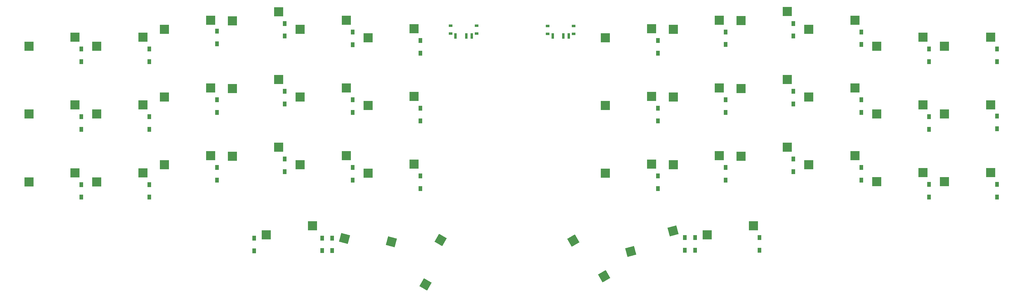
<source format=gbp>
%TF.GenerationSoftware,KiCad,Pcbnew,(6.0.9-0)*%
%TF.CreationDate,2022-12-17T11:16:42-06:00*%
%TF.ProjectId,corne-ice,636f726e-652d-4696-9365-2e6b69636164,0.1*%
%TF.SameCoordinates,Original*%
%TF.FileFunction,Paste,Bot*%
%TF.FilePolarity,Positive*%
%FSLAX46Y46*%
G04 Gerber Fmt 4.6, Leading zero omitted, Abs format (unit mm)*
G04 Created by KiCad (PCBNEW (6.0.9-0)) date 2022-12-17 11:16:42*
%MOMM*%
%LPD*%
G01*
G04 APERTURE LIST*
G04 Aperture macros list*
%AMRotRect*
0 Rectangle, with rotation*
0 The origin of the aperture is its center*
0 $1 length*
0 $2 width*
0 $3 Rotation angle, in degrees counterclockwise*
0 Add horizontal line*
21,1,$1,$2,0,0,$3*%
G04 Aperture macros list end*
%ADD10R,2.550000X2.500000*%
%ADD11RotRect,2.550000X2.500000X165.000000*%
%ADD12RotRect,2.550000X2.500000X240.000000*%
%ADD13RotRect,2.550000X2.500000X120.000000*%
%ADD14RotRect,2.550000X2.500000X195.000000*%
%ADD15R,1.000000X1.400000*%
%ADD16R,0.700000X1.500000*%
%ADD17R,1.000000X0.800000*%
G04 APERTURE END LIST*
D10*
X32022500Y-33240000D03*
X44949500Y-30700000D03*
X51022500Y-28490000D03*
X63949500Y-25950000D03*
X70022500Y-26115000D03*
X82949500Y-23575000D03*
X89022500Y-28490000D03*
X101949500Y-25950000D03*
X13022500Y-52240000D03*
X25949500Y-49700000D03*
X32022500Y-52240000D03*
X44949500Y-49700000D03*
X51022500Y-47490000D03*
X63949500Y-44950000D03*
X70022500Y-45115000D03*
X82949500Y-42575000D03*
X89022500Y-47490000D03*
X101949500Y-44950000D03*
X108022500Y-49865000D03*
X120949500Y-47325000D03*
X13022500Y-71240000D03*
X25949500Y-68700000D03*
X32022500Y-71240000D03*
X44949500Y-68700000D03*
X51022500Y-66490000D03*
X63949500Y-63950000D03*
X70022500Y-64115000D03*
X82949500Y-61575000D03*
X89022500Y-66490000D03*
X101949500Y-63950000D03*
X108022500Y-68865000D03*
X120949500Y-66325000D03*
X79522500Y-86115000D03*
X92449500Y-83575000D03*
D11*
X101421316Y-87117815D03*
X114565239Y-88010118D03*
D12*
X124115295Y-100020790D03*
X128379091Y-87555680D03*
D13*
X165521705Y-87744210D03*
X174184909Y-97669320D03*
D10*
X212529500Y-64110000D03*
X225456500Y-61570000D03*
X193529500Y-66485000D03*
X206456500Y-63945000D03*
X174529500Y-68860000D03*
X187456500Y-66320000D03*
X203029500Y-86110000D03*
X215956500Y-83570000D03*
D14*
X181613515Y-90780281D03*
X193442638Y-84981076D03*
D10*
X212529500Y-26110000D03*
X225456500Y-23570000D03*
X193529500Y-28485000D03*
X206456500Y-25945000D03*
X269529500Y-52235000D03*
X282456500Y-49695000D03*
X231529500Y-28485000D03*
X244456500Y-25945000D03*
X250529500Y-52235000D03*
X263456500Y-49695000D03*
X250529500Y-71235000D03*
X263456500Y-68695000D03*
X231529500Y-66485000D03*
X244456500Y-63945000D03*
X269529500Y-33235000D03*
X282456500Y-30695000D03*
X250529500Y-33235000D03*
X263456500Y-30695000D03*
X231529500Y-47485000D03*
X244456500Y-44945000D03*
X212529500Y-45110000D03*
X225456500Y-42570000D03*
X193529500Y-47485000D03*
X206456500Y-44945000D03*
X174529500Y-49860000D03*
X187456500Y-47320000D03*
X269529500Y-71235000D03*
X282456500Y-68695000D03*
X13022500Y-33240000D03*
X25949500Y-30700000D03*
X108022500Y-30865000D03*
X120949500Y-28325000D03*
X174522500Y-30865000D03*
X187449500Y-28325000D03*
D15*
X27734500Y-37551875D03*
X27734500Y-34001875D03*
X46734500Y-37555000D03*
X46734500Y-34005000D03*
X65707500Y-32555000D03*
X65707500Y-29005000D03*
X84707500Y-30430000D03*
X84707500Y-26880000D03*
X103707500Y-32805000D03*
X103707500Y-29255000D03*
X122707500Y-35180000D03*
X122707500Y-31630000D03*
X27734500Y-56551875D03*
X27734500Y-53001875D03*
X46734500Y-56555000D03*
X46734500Y-53005000D03*
X65707500Y-51805000D03*
X65707500Y-48255000D03*
X84707500Y-49430000D03*
X84707500Y-45880000D03*
X103707500Y-51805000D03*
X103707500Y-48255000D03*
X122707500Y-54180000D03*
X122707500Y-50630000D03*
X27734500Y-75551875D03*
X27734500Y-72001875D03*
X46734500Y-75555000D03*
X46734500Y-72005000D03*
X65707500Y-70805000D03*
X65707500Y-67255000D03*
X84707500Y-68430000D03*
X84707500Y-64880000D03*
X103707500Y-70805000D03*
X103707500Y-67255000D03*
X122707500Y-73180000D03*
X122707500Y-69630000D03*
X76157500Y-90545000D03*
X76157500Y-86995000D03*
X95164500Y-90540000D03*
X95164500Y-86990000D03*
X98007500Y-90540000D03*
X98007500Y-86990000D03*
X265214500Y-37550000D03*
X265214500Y-34000000D03*
X246214500Y-32800000D03*
X246214500Y-29250000D03*
X227214500Y-30425000D03*
X227214500Y-26875000D03*
X189207500Y-35180000D03*
X189207500Y-31630000D03*
X284214500Y-56400000D03*
X284214500Y-52850000D03*
X265214500Y-56550000D03*
X265214500Y-53000000D03*
X246214500Y-51800000D03*
X246214500Y-48250000D03*
X227214500Y-49425000D03*
X227214500Y-45875000D03*
X208214500Y-51800000D03*
X208214500Y-48250000D03*
X189207500Y-54180000D03*
X189207500Y-50630000D03*
X284214500Y-75550000D03*
X284214500Y-72000000D03*
X265214500Y-75550000D03*
X265214500Y-72000000D03*
X246214500Y-70800000D03*
X246214500Y-67250000D03*
X227214500Y-68425000D03*
X227214500Y-64875000D03*
X208214500Y-70800000D03*
X208214500Y-67250000D03*
X189207500Y-73180000D03*
X189207500Y-69630000D03*
X217714500Y-90410000D03*
X217714500Y-86860000D03*
X199664500Y-90425000D03*
X199664500Y-86875000D03*
X196814500Y-90425000D03*
X196814500Y-86875000D03*
X284214500Y-37550000D03*
X284214500Y-34000000D03*
X208214500Y-32800000D03*
X208214500Y-29250000D03*
D16*
X159757500Y-30410000D03*
X162757500Y-30410000D03*
X164257500Y-30410000D03*
D17*
X158357500Y-27560000D03*
X158357500Y-29760000D03*
X165657500Y-29760000D03*
X165657500Y-27560000D03*
D16*
X132557500Y-30380000D03*
X135557500Y-30380000D03*
X137057500Y-30380000D03*
D17*
X131157500Y-27530000D03*
X131157500Y-29730000D03*
X138457500Y-29730000D03*
X138457500Y-27530000D03*
M02*

</source>
